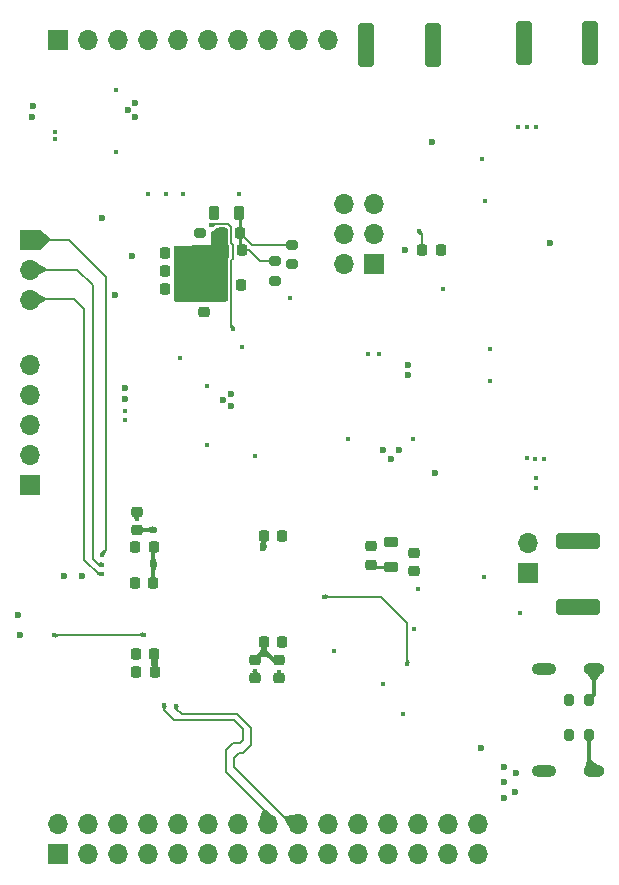
<source format=gbr>
%TF.GenerationSoftware,KiCad,Pcbnew,8.0.4-8.0.4-0~ubuntu22.04.1*%
%TF.CreationDate,2024-09-01T23:10:33+08:00*%
%TF.ProjectId,R820T_With_LCMXO2,52383230-545f-4576-9974-685f4c434d58,rev?*%
%TF.SameCoordinates,Original*%
%TF.FileFunction,Copper,L4,Bot*%
%TF.FilePolarity,Positive*%
%FSLAX46Y46*%
G04 Gerber Fmt 4.6, Leading zero omitted, Abs format (unit mm)*
G04 Created by KiCad (PCBNEW 8.0.4-8.0.4-0~ubuntu22.04.1) date 2024-09-01 23:10:33*
%MOMM*%
%LPD*%
G01*
G04 APERTURE LIST*
G04 Aperture macros list*
%AMRoundRect*
0 Rectangle with rounded corners*
0 $1 Rounding radius*
0 $2 $3 $4 $5 $6 $7 $8 $9 X,Y pos of 4 corners*
0 Add a 4 corners polygon primitive as box body*
4,1,4,$2,$3,$4,$5,$6,$7,$8,$9,$2,$3,0*
0 Add four circle primitives for the rounded corners*
1,1,$1+$1,$2,$3*
1,1,$1+$1,$4,$5*
1,1,$1+$1,$6,$7*
1,1,$1+$1,$8,$9*
0 Add four rect primitives between the rounded corners*
20,1,$1+$1,$2,$3,$4,$5,0*
20,1,$1+$1,$4,$5,$6,$7,0*
20,1,$1+$1,$6,$7,$8,$9,0*
20,1,$1+$1,$8,$9,$2,$3,0*%
G04 Aperture macros list end*
%TA.AperFunction,ComponentPad*%
%ADD10O,2.100000X1.000000*%
%TD*%
%TA.AperFunction,ComponentPad*%
%ADD11O,1.800000X1.000000*%
%TD*%
%TA.AperFunction,ComponentPad*%
%ADD12R,1.700000X1.700000*%
%TD*%
%TA.AperFunction,ComponentPad*%
%ADD13O,1.700000X1.700000*%
%TD*%
%TA.AperFunction,SMDPad,CuDef*%
%ADD14RoundRect,0.250000X0.425000X1.600000X-0.425000X1.600000X-0.425000X-1.600000X0.425000X-1.600000X0*%
%TD*%
%TA.AperFunction,SMDPad,CuDef*%
%ADD15RoundRect,0.250000X1.600000X-0.425000X1.600000X0.425000X-1.600000X0.425000X-1.600000X-0.425000X0*%
%TD*%
%TA.AperFunction,SMDPad,CuDef*%
%ADD16RoundRect,0.225000X0.225000X0.250000X-0.225000X0.250000X-0.225000X-0.250000X0.225000X-0.250000X0*%
%TD*%
%TA.AperFunction,SMDPad,CuDef*%
%ADD17RoundRect,0.200000X-0.275000X0.200000X-0.275000X-0.200000X0.275000X-0.200000X0.275000X0.200000X0*%
%TD*%
%TA.AperFunction,SMDPad,CuDef*%
%ADD18RoundRect,0.225000X0.250000X-0.225000X0.250000X0.225000X-0.250000X0.225000X-0.250000X-0.225000X0*%
%TD*%
%TA.AperFunction,SMDPad,CuDef*%
%ADD19RoundRect,0.225000X-0.225000X-0.250000X0.225000X-0.250000X0.225000X0.250000X-0.225000X0.250000X0*%
%TD*%
%TA.AperFunction,SMDPad,CuDef*%
%ADD20RoundRect,0.200000X0.275000X-0.200000X0.275000X0.200000X-0.275000X0.200000X-0.275000X-0.200000X0*%
%TD*%
%TA.AperFunction,SMDPad,CuDef*%
%ADD21RoundRect,0.200000X0.200000X0.275000X-0.200000X0.275000X-0.200000X-0.275000X0.200000X-0.275000X0*%
%TD*%
%TA.AperFunction,SMDPad,CuDef*%
%ADD22RoundRect,0.218750X0.381250X-0.218750X0.381250X0.218750X-0.381250X0.218750X-0.381250X-0.218750X0*%
%TD*%
%TA.AperFunction,SMDPad,CuDef*%
%ADD23RoundRect,0.218750X-0.218750X-0.381250X0.218750X-0.381250X0.218750X0.381250X-0.218750X0.381250X0*%
%TD*%
%TA.AperFunction,SMDPad,CuDef*%
%ADD24RoundRect,0.225000X-0.250000X0.225000X-0.250000X-0.225000X0.250000X-0.225000X0.250000X0.225000X0*%
%TD*%
%TA.AperFunction,ViaPad*%
%ADD25C,0.450000*%
%TD*%
%TA.AperFunction,ViaPad*%
%ADD26C,0.600000*%
%TD*%
%TA.AperFunction,Conductor*%
%ADD27C,0.156000*%
%TD*%
%TA.AperFunction,Conductor*%
%ADD28C,0.254000*%
%TD*%
%TA.AperFunction,Conductor*%
%ADD29C,0.350000*%
%TD*%
%TA.AperFunction,Conductor*%
%ADD30C,0.200000*%
%TD*%
G04 APERTURE END LIST*
D10*
%TO.P,J1,S1,SHIELD*%
%TO.N,AGND*%
X148444999Y-139765000D03*
D11*
X152644999Y-139765000D03*
D10*
X148444999Y-131125000D03*
D11*
X152644999Y-131125000D03*
%TD*%
D12*
%TO.P,J11,1,Pin_1*%
%TO.N,MIXER_LO*%
X134015000Y-96780000D03*
D13*
%TO.P,J11,2,Pin_2*%
%TO.N,FPGA_LO*%
X131475000Y-96780000D03*
%TO.P,J11,3,Pin_3*%
%TO.N,MIXER_LO*%
X134015000Y-94240000D03*
%TO.P,J11,4,Pin_4*%
%TO.N,PLL_LO*%
X131475000Y-94240000D03*
%TO.P,J11,5,Pin_5*%
%TO.N,MIXER_LO*%
X134015000Y-91700000D03*
%TO.P,J11,6,Pin_6*%
%TO.N,EXT_LO*%
X131475000Y-91700000D03*
%TD*%
D12*
%TO.P,J9,1,Pin_1*%
%TO.N,4350_SPI_CLK*%
X104925000Y-94750000D03*
D13*
%TO.P,J9,2,Pin_2*%
%TO.N,4350_SPI_DATA*%
X104925000Y-97290000D03*
%TO.P,J9,3,Pin_3*%
%TO.N,4350_SPI_LE*%
X104925000Y-99830000D03*
%TD*%
D12*
%TO.P,J3,1,Pin_1*%
%TO.N,AGND*%
X104900000Y-115500000D03*
D13*
%TO.P,J3,2,Pin_2*%
%TO.N,TDI*%
X104900000Y-112960000D03*
%TO.P,J3,3,Pin_3*%
%TO.N,TDO*%
X104900000Y-110420000D03*
%TO.P,J3,4,Pin_4*%
%TO.N,TCK*%
X104900000Y-107880000D03*
%TO.P,J3,5,Pin_5*%
%TO.N,TMS*%
X104900000Y-105340000D03*
%TD*%
D14*
%TO.P,J4,2,Ext*%
%TO.N,AGND*%
X146700000Y-78062500D03*
X152350000Y-78062500D03*
%TD*%
%TO.P,J6,2,Ext*%
%TO.N,AGND*%
X133350000Y-78262500D03*
X139000000Y-78262500D03*
%TD*%
D12*
%TO.P,J8,1,Pin_1*%
%TO.N,Net-(J2-In)*%
X147075000Y-122975000D03*
D13*
%TO.P,J8,2,Pin_2*%
%TO.N,ADC_IN*%
X147075000Y-120435000D03*
%TD*%
D15*
%TO.P,J2,2,Ext*%
%TO.N,AGND*%
X151312500Y-120225000D03*
X151312500Y-125875000D03*
%TD*%
D16*
%TO.P,C47,1*%
%TO.N,+3V3_PLL_VCO*%
X122725000Y-94150000D03*
%TO.P,C47,2*%
%TO.N,AGND*%
X121175000Y-94150000D03*
%TD*%
D17*
%TO.P,R13,1*%
%TO.N,+3V3_PLL_VCO*%
X125625000Y-96575000D03*
%TO.P,R13,2*%
%TO.N,Net-(C61-Pad1)*%
X125625000Y-98225000D03*
%TD*%
D18*
%TO.P,C40,1*%
%TO.N,+3V3_D*%
X123937500Y-131875001D03*
%TO.P,C40,2*%
%TO.N,AGND*%
X123937500Y-130325001D03*
%TD*%
D17*
%TO.P,R5,1*%
%TO.N,Net-(U7-RSET)*%
X119325000Y-94150000D03*
%TO.P,R5,2*%
%TO.N,AGND*%
X119325000Y-95800000D03*
%TD*%
D18*
%TO.P,C43,1*%
%TO.N,+3V3_PLL*%
X119625000Y-100875000D03*
%TO.P,C43,2*%
%TO.N,AGND*%
X119625000Y-99325000D03*
%TD*%
D19*
%TO.P,C38,1*%
%TO.N,+3V3_D*%
X113887500Y-129850001D03*
%TO.P,C38,2*%
%TO.N,AGND*%
X115437500Y-129850001D03*
%TD*%
D16*
%TO.P,C42,1*%
%TO.N,+3V3_D*%
X126262500Y-128850001D03*
%TO.P,C42,2*%
%TO.N,AGND*%
X124712500Y-128850001D03*
%TD*%
%TO.P,C48,1*%
%TO.N,+3V3_PLL_VCO*%
X122875000Y-95650000D03*
%TO.P,C48,2*%
%TO.N,AGND*%
X121325000Y-95650000D03*
%TD*%
D19*
%TO.P,C35,1*%
%TO.N,+3V3_D*%
X113837500Y-120800001D03*
%TO.P,C35,2*%
%TO.N,AGND*%
X115387500Y-120800001D03*
%TD*%
D16*
%TO.P,C8,1*%
%TO.N,Net-(U5-VCC)*%
X139675000Y-95650000D03*
%TO.P,C8,2*%
%TO.N,AGND*%
X138125000Y-95650000D03*
%TD*%
D18*
%TO.P,C20,1*%
%TO.N,AGND*%
X137462500Y-122825001D03*
%TO.P,C20,2*%
%TO.N,+3V3_A*%
X137462500Y-121275001D03*
%TD*%
%TO.P,C39,1*%
%TO.N,+3V3_D*%
X125987500Y-131875001D03*
%TO.P,C39,2*%
%TO.N,AGND*%
X125987500Y-130325001D03*
%TD*%
D20*
%TO.P,R14,1*%
%TO.N,Net-(C62-Pad1)*%
X127125000Y-96825000D03*
%TO.P,R14,2*%
%TO.N,+3V3_PLL_VCO*%
X127125000Y-95175000D03*
%TD*%
D21*
%TO.P,R1,1*%
%TO.N,AGND*%
X152225000Y-133700000D03*
%TO.P,R1,2*%
%TO.N,Net-(J1-CC2)*%
X150575000Y-133700000D03*
%TD*%
D19*
%TO.P,C44,1*%
%TO.N,+3V3_PLL*%
X116315000Y-97392500D03*
%TO.P,C44,2*%
%TO.N,AGND*%
X117865000Y-97392500D03*
%TD*%
D18*
%TO.P,C19,1*%
%TO.N,Net-(U3-DVDD)*%
X133812500Y-122275001D03*
%TO.P,C19,2*%
%TO.N,AGND*%
X133812500Y-120725001D03*
%TD*%
D12*
%TO.P,J5,1,Pin_1*%
%TO.N,unconnected-(J5-Pin_1-Pad1)*%
X107287113Y-77844521D03*
D13*
%TO.P,J5,2,Pin_2*%
%TO.N,unconnected-(J5-Pin_2-Pad2)*%
X109827113Y-77844521D03*
%TO.P,J5,3,Pin_3*%
%TO.N,unconnected-(J5-Pin_3-Pad3)*%
X112367113Y-77844521D03*
%TO.P,J5,4,Pin_4*%
%TO.N,unconnected-(J5-Pin_4-Pad4)*%
X114907113Y-77844521D03*
%TO.P,J5,5,Pin_5*%
%TO.N,unconnected-(J5-Pin_5-Pad5)*%
X117447113Y-77844521D03*
%TO.P,J5,6,Pin_6*%
%TO.N,unconnected-(J5-Pin_6-Pad6)*%
X119987113Y-77844521D03*
%TO.P,J5,7,Pin_7*%
%TO.N,unconnected-(J5-Pin_7-Pad7)*%
X122527113Y-77844521D03*
%TO.P,J5,8,Pin_8*%
%TO.N,unconnected-(J5-Pin_8-Pad8)*%
X125067113Y-77844521D03*
%TO.P,J5,9,Pin_9*%
%TO.N,unconnected-(J5-Pin_9-Pad9)*%
X127607113Y-77844521D03*
%TO.P,J5,10,Pin_10*%
%TO.N,unconnected-(J5-Pin_10-Pad10)*%
X130147113Y-77844521D03*
%TD*%
D19*
%TO.P,C41,1*%
%TO.N,+3V3_D*%
X113912500Y-131350001D03*
%TO.P,C41,2*%
%TO.N,AGND*%
X115462500Y-131350001D03*
%TD*%
D21*
%TO.P,R2,1*%
%TO.N,AGND*%
X152225000Y-136650000D03*
%TO.P,R2,2*%
%TO.N,Net-(J1-CC1)*%
X150575000Y-136650000D03*
%TD*%
D12*
%TO.P,J7,1,Pin_1*%
%TO.N,unconnected-(J7-Pin_1-Pad1)*%
X107273600Y-146756254D03*
D13*
%TO.P,J7,2,Pin_2*%
%TO.N,AGND*%
X107273600Y-144216254D03*
%TO.P,J7,3,Pin_3*%
%TO.N,UART0_TXD*%
X109813600Y-146756254D03*
%TO.P,J7,4,Pin_4*%
%TO.N,GPIO73*%
X109813600Y-144216254D03*
%TO.P,J7,5,Pin_5*%
%TO.N,UART0_RXD*%
X112353600Y-146756254D03*
%TO.P,J7,6,Pin_6*%
%TO.N,GPIO72*%
X112353600Y-144216254D03*
%TO.P,J7,7,Pin_7*%
%TO.N,unconnected-(J7-Pin_7-Pad7)*%
X114893600Y-146756254D03*
%TO.P,J7,8,Pin_8*%
%TO.N,GPIO75*%
X114893600Y-144216254D03*
%TO.P,J7,9,Pin_9*%
%TO.N,unconnected-(J7-Pin_9-Pad9)*%
X117433600Y-146756254D03*
%TO.P,J7,10,Pin_10*%
%TO.N,GPIO74*%
X117433600Y-144216254D03*
%TO.P,J7,11,Pin_11*%
%TO.N,unconnected-(J7-Pin_11-Pad11)*%
X119973600Y-146756254D03*
%TO.P,J7,12,Pin_12*%
%TO.N,unconnected-(J7-Pin_12-Pad12)*%
X119973600Y-144216254D03*
%TO.P,J7,13,Pin_13*%
%TO.N,unconnected-(J7-Pin_13-Pad13)*%
X122513600Y-146756254D03*
%TO.P,J7,14,Pin_14*%
%TO.N,unconnected-(J7-Pin_14-Pad14)*%
X122513600Y-144216254D03*
%TO.P,J7,15,Pin_15*%
%TO.N,GPIO69*%
X125053600Y-146756254D03*
%TO.P,J7,16,Pin_16*%
%TO.N,GPIO85*%
X125053600Y-144216254D03*
%TO.P,J7,17,Pin_17*%
%TO.N,GPIO70*%
X127593600Y-146756254D03*
%TO.P,J7,18,Pin_18*%
%TO.N,GPIO84*%
X127593600Y-144216254D03*
%TO.P,J7,19,Pin_19*%
%TO.N,AGND*%
X130133600Y-146756254D03*
%TO.P,J7,20,Pin_20*%
X130133600Y-144216254D03*
%TO.P,J7,21,Pin_21*%
%TO.N,GPIO60*%
X132673600Y-146756254D03*
%TO.P,J7,22,Pin_22*%
%TO.N,GPIO63*%
X132673600Y-144216254D03*
%TO.P,J7,23,Pin_23*%
%TO.N,GPIO64*%
X135213600Y-146756254D03*
%TO.P,J7,24,Pin_24*%
%TO.N,GPIO61*%
X135213600Y-144216254D03*
%TO.P,J7,25,Pin_25*%
%TO.N,GPIO67*%
X137753600Y-146756254D03*
%TO.P,J7,26,Pin_26*%
%TO.N,GPIO62*%
X137753600Y-144216254D03*
%TO.P,J7,27,Pin_27*%
%TO.N,GPIO65*%
X140293600Y-146756254D03*
%TO.P,J7,28,Pin_28*%
%TO.N,GPIO66*%
X140293600Y-144216254D03*
%TO.P,J7,29,Pin_29*%
%TO.N,VCC*%
X142833600Y-146756254D03*
%TO.P,J7,30,Pin_30*%
%TO.N,AGND*%
X142833600Y-144216254D03*
%TD*%
D22*
%TO.P,L2,1,1*%
%TO.N,Net-(U3-DVDD)*%
X135462500Y-122437501D03*
%TO.P,L2,2,2*%
%TO.N,+3V3_A*%
X135462500Y-120312501D03*
%TD*%
D19*
%TO.P,C46,1*%
%TO.N,+3V3_PLL*%
X116325000Y-98900000D03*
%TO.P,C46,2*%
%TO.N,AGND*%
X117875000Y-98900000D03*
%TD*%
%TO.P,C36,1*%
%TO.N,+3V3_D*%
X113812500Y-123800001D03*
%TO.P,C36,2*%
%TO.N,AGND*%
X115362500Y-123800001D03*
%TD*%
%TO.P,C45,1*%
%TO.N,+3V3_PLL*%
X116340000Y-95882500D03*
%TO.P,C45,2*%
%TO.N,AGND*%
X117890000Y-95882500D03*
%TD*%
D16*
%TO.P,C34,1*%
%TO.N,+3V3_D*%
X126237500Y-119850001D03*
%TO.P,C34,2*%
%TO.N,AGND*%
X124687500Y-119850001D03*
%TD*%
%TO.P,C64,1*%
%TO.N,+3V3_PLL*%
X122750000Y-98600000D03*
%TO.P,C64,2*%
%TO.N,AGND*%
X121200000Y-98600000D03*
%TD*%
D23*
%TO.P,L8,1,1*%
%TO.N,+3V3_PLL*%
X120475000Y-92500000D03*
%TO.P,L8,2,2*%
%TO.N,+3V3_PLL_VCO*%
X122600000Y-92500000D03*
%TD*%
D24*
%TO.P,C33,1*%
%TO.N,+3V3_D*%
X113937500Y-117775001D03*
%TO.P,C33,2*%
%TO.N,AGND*%
X113937500Y-119325001D03*
%TD*%
D25*
%TO.N,DONE*%
X106950000Y-128260000D03*
X114575000Y-128200000D03*
%TO.N,+3V3_D*%
X113825000Y-129800000D03*
X125975000Y-131400000D03*
D26*
X104097890Y-128258842D03*
D25*
X113825000Y-123800000D03*
X123975000Y-131250000D03*
D26*
X121925000Y-107850000D03*
D25*
X113920945Y-131274897D03*
X113825000Y-120800000D03*
D26*
X107775000Y-123200000D03*
D25*
X126275000Y-128850000D03*
D26*
X121225000Y-108350000D03*
X121925000Y-108850000D03*
D25*
X113975000Y-118400000D03*
X126225000Y-119800000D03*
D26*
%TO.N,VCC*%
X138925000Y-86450000D03*
X145975000Y-141500000D03*
X146025000Y-139950000D03*
X105125000Y-84350000D03*
X136925000Y-105350000D03*
X136925000Y-106200000D03*
X145075000Y-139400000D03*
X136625000Y-95650000D03*
X112925000Y-107300000D03*
X139225000Y-114550000D03*
X145075000Y-142050000D03*
X145075000Y-140650000D03*
X105175000Y-83450000D03*
X112925000Y-108250000D03*
D25*
%TO.N,+3V3_A*%
X137525000Y-121300000D03*
D26*
X136125000Y-112600000D03*
X135475000Y-113300000D03*
X134825000Y-112600000D03*
D25*
X137725000Y-124350000D03*
X134825000Y-132400000D03*
D26*
X135525000Y-120300000D03*
D25*
%TO.N,AGND*%
X119925000Y-107150000D03*
X122825000Y-103850000D03*
D26*
X118825000Y-97700000D03*
D25*
X146575000Y-77350000D03*
D26*
X115375000Y-122250000D03*
D25*
X147775000Y-114950000D03*
X117875000Y-90900000D03*
X151475000Y-125900000D03*
D26*
X115475000Y-130600000D03*
D25*
X133525000Y-104400000D03*
X148475000Y-113300000D03*
D26*
X120925000Y-97750000D03*
D25*
X133775000Y-120750000D03*
X130625000Y-129550000D03*
X112975000Y-110050000D03*
D26*
X109325000Y-123250000D03*
D25*
X117575000Y-104750000D03*
X112975000Y-109300000D03*
X146275000Y-85200000D03*
X143375000Y-123350000D03*
X122625000Y-90900000D03*
X114875000Y-90850000D03*
X152275000Y-77400000D03*
X112175000Y-82100000D03*
X143225000Y-87950000D03*
D26*
X148975000Y-95000000D03*
D25*
X147725000Y-115800000D03*
X143875000Y-106750000D03*
X112225000Y-87350000D03*
X146375000Y-126400000D03*
D26*
X118825000Y-96600000D03*
D25*
X151525000Y-120300000D03*
X123975000Y-113100000D03*
D26*
X143075000Y-137800000D03*
D25*
X146975000Y-113250000D03*
X147675000Y-113300000D03*
X137425000Y-127700000D03*
X136525000Y-134900000D03*
X126925000Y-99700000D03*
X107025000Y-86250000D03*
D26*
X124675000Y-120850000D03*
D25*
X143875000Y-104050000D03*
X147775000Y-85200000D03*
D26*
X119925000Y-96650000D03*
X103925000Y-126550000D03*
X115425000Y-119300000D03*
D25*
X143475000Y-91450000D03*
D26*
X112125000Y-99450000D03*
D25*
X119925000Y-112100000D03*
X116425000Y-90900000D03*
X131825000Y-111600000D03*
D26*
X124725000Y-129700000D03*
D25*
X137825000Y-94050000D03*
D26*
X110975000Y-92950000D03*
D25*
X139875000Y-98900000D03*
X137625000Y-123050000D03*
X134425000Y-104400000D03*
X137375000Y-111650000D03*
X107025000Y-85650000D03*
X147025000Y-85200000D03*
D26*
X119925000Y-97700000D03*
X120925000Y-96650000D03*
D25*
X133425000Y-77450000D03*
X139175000Y-77300000D03*
%TO.N,Net-(J1-CC1)*%
X150525000Y-136700000D03*
%TO.N,Net-(J1-CC2)*%
X150575000Y-133750000D03*
%TO.N,ADC_CLK*%
X136875000Y-130700000D03*
X129775000Y-125000000D03*
%TO.N,GPIO84*%
X117275000Y-134200000D03*
%TO.N,GPIO85*%
X116275000Y-134150000D03*
%TO.N,Net-(U3-DVDD)*%
X133775000Y-122200000D03*
%TO.N,Net-(U5-VCC)*%
X139725000Y-95700000D03*
%TO.N,+3V3_PLL*%
X116325000Y-98900000D03*
D26*
X113175000Y-83800000D03*
X120475000Y-92500000D03*
X113825000Y-83200000D03*
D25*
X116325000Y-97300000D03*
D26*
X113825000Y-84400000D03*
D25*
X119625000Y-100875000D03*
X116325000Y-95900000D03*
D26*
X113575000Y-96150000D03*
D25*
X122975000Y-98600000D03*
%TO.N,Net-(U7-RSET)*%
X119225000Y-94050000D03*
%TO.N,4350_SPI_CLK*%
X110975000Y-121450000D03*
%TO.N,4350_SPI_DATA*%
X110975000Y-122300000D03*
%TO.N,+3V3_PLL_VCO*%
X123075000Y-95600000D03*
X122675000Y-94050000D03*
%TO.N,4350_SPI_LE*%
X110975000Y-123100000D03*
%TO.N,Net-(U7-VTUNE)*%
X122125000Y-102300000D03*
X120225000Y-93550000D03*
%TO.N,Net-(C61-Pad1)*%
X125575000Y-98200000D03*
%TO.N,Net-(C62-Pad1)*%
X127075000Y-96850000D03*
%TD*%
D27*
%TO.N,DONE*%
X114575000Y-128200000D02*
X107010000Y-128200000D01*
X107010000Y-128200000D02*
X106950000Y-128260000D01*
D28*
%TO.N,+3V3_D*%
X123937500Y-131875001D02*
X123937500Y-131287500D01*
X113937500Y-118362500D02*
X113975000Y-118400000D01*
X123937500Y-131287500D02*
X123975000Y-131250000D01*
X125987500Y-131875001D02*
X125987500Y-131412500D01*
X113937500Y-117775001D02*
X113937500Y-118362500D01*
X125987500Y-131412500D02*
X125975000Y-131400000D01*
D29*
%TO.N,AGND*%
X115462500Y-131350001D02*
X115462500Y-130612500D01*
X124725000Y-129700000D02*
X124725000Y-129562501D01*
X115362500Y-122262500D02*
X115375000Y-122250000D01*
X115362500Y-120825001D02*
X115387500Y-120800001D01*
X125987500Y-130325001D02*
X125487500Y-130325001D01*
D27*
X138125000Y-95650000D02*
X138125000Y-94350000D01*
D29*
X115362500Y-122237500D02*
X115362500Y-120825001D01*
X124725000Y-129562501D02*
X124712500Y-129550001D01*
X115475000Y-130600000D02*
X115462500Y-130587500D01*
X113937500Y-119325001D02*
X115399999Y-119325001D01*
X124712500Y-129550001D02*
X123937500Y-130325001D01*
X115462500Y-130587500D02*
X115462500Y-129875001D01*
X115462500Y-130612500D02*
X115475000Y-130600000D01*
X124712500Y-128850001D02*
X124712500Y-129550001D01*
X115399999Y-119325001D02*
X115425000Y-119300000D01*
X124862499Y-129700000D02*
X124725000Y-129700000D01*
X152644999Y-131125000D02*
X152644999Y-133280001D01*
X115462500Y-129875001D02*
X115437500Y-129850001D01*
X152644999Y-133280001D02*
X152225000Y-133700000D01*
X124687500Y-119850001D02*
X124687500Y-120837500D01*
X152225000Y-139345001D02*
X152644999Y-139765000D01*
D27*
X138125000Y-94350000D02*
X137825000Y-94050000D01*
D29*
X124687500Y-120837500D02*
X124675000Y-120850000D01*
X125487500Y-130325001D02*
X124862499Y-129700000D01*
X115362500Y-123800001D02*
X115362500Y-122262500D01*
X115375000Y-122250000D02*
X115362500Y-122237500D01*
X152225000Y-136650000D02*
X152225000Y-139345001D01*
D27*
%TO.N,ADC_CLK*%
X129775000Y-125000000D02*
X134675000Y-125000000D01*
X134675000Y-125000000D02*
X136875000Y-127200000D01*
X136875000Y-127200000D02*
X136875000Y-130700000D01*
%TO.N,GPIO84*%
X123625000Y-137500000D02*
X122925000Y-138200000D01*
X122225000Y-138600000D02*
X122225000Y-139400000D01*
X122625000Y-138200000D02*
X122225000Y-138600000D01*
X122925000Y-138200000D02*
X122625000Y-138200000D01*
X122475000Y-134950000D02*
X123625000Y-136100000D01*
X117275000Y-134200000D02*
X117275000Y-134450000D01*
X117275000Y-134450000D02*
X117775000Y-134950000D01*
X123625000Y-136100000D02*
X123625000Y-137500000D01*
X117775000Y-134950000D02*
X122475000Y-134950000D01*
X122225000Y-139400000D02*
X127041254Y-144216254D01*
X127041254Y-144216254D02*
X127593600Y-144216254D01*
%TO.N,GPIO85*%
X122731000Y-137344000D02*
X122131000Y-137344000D01*
X121525000Y-137950000D02*
X121525000Y-139850000D01*
X125053600Y-143378600D02*
X125053600Y-144216254D01*
X122131000Y-137344000D02*
X121525000Y-137950000D01*
X122975000Y-137100000D02*
X122731000Y-137344000D01*
X122975000Y-136200000D02*
X122975000Y-137100000D01*
X122225000Y-135450000D02*
X122975000Y-136200000D01*
X116275000Y-134600000D02*
X117125000Y-135450000D01*
X121525000Y-139850000D02*
X125053600Y-143378600D01*
X117125000Y-135450000D02*
X122225000Y-135450000D01*
X116275000Y-134150000D02*
X116275000Y-134600000D01*
D28*
%TO.N,Net-(U3-DVDD)*%
X133975000Y-122437501D02*
X133812500Y-122275001D01*
X135462500Y-122437501D02*
X133975000Y-122437501D01*
D30*
%TO.N,4350_SPI_CLK*%
X108225000Y-94750000D02*
X104925000Y-94750000D01*
X110975000Y-121450000D02*
X111375000Y-121050000D01*
X111375000Y-121050000D02*
X111375000Y-97900000D01*
X111375000Y-97900000D02*
X108225000Y-94750000D01*
%TO.N,4350_SPI_DATA*%
X110225000Y-121800000D02*
X110225000Y-98600000D01*
X110225000Y-98600000D02*
X108925000Y-97300000D01*
X110725000Y-122300000D02*
X110225000Y-121800000D01*
X108925000Y-97300000D02*
X106525000Y-97300000D01*
X110975000Y-122300000D02*
X110725000Y-122300000D01*
X106525000Y-97300000D02*
X106515000Y-97290000D01*
X106515000Y-97290000D02*
X104925000Y-97290000D01*
D27*
%TO.N,+3V3_PLL_VCO*%
X124350000Y-96575000D02*
X125625000Y-96575000D01*
D28*
X122725000Y-94150000D02*
X122725000Y-95650000D01*
D27*
X122725000Y-95650000D02*
X123425000Y-95650000D01*
X123425000Y-95650000D02*
X124350000Y-96575000D01*
X123750000Y-95175000D02*
X122725000Y-94150000D01*
X127125000Y-95175000D02*
X123750000Y-95175000D01*
D28*
X122725000Y-94150000D02*
X122725000Y-92625000D01*
X122725000Y-92625000D02*
X122600000Y-92500000D01*
D30*
%TO.N,4350_SPI_LE*%
X110975000Y-123100000D02*
X110725000Y-123100000D01*
X104955000Y-99800000D02*
X104925000Y-99830000D01*
X109475000Y-100650000D02*
X108625000Y-99800000D01*
X110725000Y-123100000D02*
X109475000Y-121850000D01*
X109475000Y-121850000D02*
X109475000Y-100650000D01*
X108625000Y-99800000D02*
X104955000Y-99800000D01*
D27*
%TO.N,Net-(U7-VTUNE)*%
X122100000Y-95200000D02*
X122100000Y-96375000D01*
X121975000Y-93650000D02*
X121975000Y-95075000D01*
X120225000Y-93550000D02*
X120375000Y-93400000D01*
X120375000Y-93400000D02*
X120732416Y-93400000D01*
X122100000Y-96375000D02*
X121975000Y-96500000D01*
X121722000Y-93397000D02*
X121975000Y-93650000D01*
X121975000Y-96500000D02*
X121975000Y-102150000D01*
X121975000Y-95075000D02*
X122100000Y-95200000D01*
X120732416Y-93400000D02*
X120735416Y-93397000D01*
X120735416Y-93397000D02*
X121722000Y-93397000D01*
X121975000Y-102150000D02*
X122125000Y-102300000D01*
%TD*%
%TA.AperFunction,Conductor*%
%TO.N,AGND*%
G36*
X121584621Y-93749502D02*
G01*
X121631114Y-93803158D01*
X121642500Y-93855500D01*
X121642500Y-95031226D01*
X121642500Y-95118774D01*
X121665159Y-95203341D01*
X121708119Y-95277749D01*
X121725000Y-95340748D01*
X121725000Y-96234251D01*
X121708119Y-96297251D01*
X121669198Y-96364663D01*
X121665159Y-96371659D01*
X121642500Y-96456225D01*
X121642500Y-99862779D01*
X121622498Y-99930900D01*
X121568842Y-99977393D01*
X121541217Y-99986331D01*
X121483477Y-99997882D01*
X121458917Y-100000330D01*
X117308288Y-100005491D01*
X117275856Y-100001287D01*
X117229896Y-99989108D01*
X117173598Y-99956927D01*
X117151919Y-99935500D01*
X117119080Y-99879576D01*
X117106367Y-99833762D01*
X117101786Y-99801385D01*
X117101212Y-99746316D01*
X117100018Y-99631749D01*
X117100007Y-99630251D01*
X117100006Y-99629573D01*
X117100006Y-99628251D01*
X117100007Y-99627829D01*
X117110633Y-96456225D01*
X117114259Y-95373734D01*
X117134489Y-95305682D01*
X117188300Y-95259369D01*
X117238220Y-95248174D01*
X119975096Y-95204031D01*
X119975097Y-95204030D01*
X120225000Y-95200000D01*
X120225000Y-94144065D01*
X120245002Y-94075944D01*
X120298658Y-94029451D01*
X120315496Y-94023171D01*
X120426240Y-93990654D01*
X120542235Y-93916109D01*
X120550287Y-93906814D01*
X120571164Y-93888396D01*
X120571059Y-93888267D01*
X120574676Y-93885298D01*
X120575510Y-93884562D01*
X120575846Y-93884338D01*
X120690767Y-93769408D01*
X120753078Y-93735381D01*
X120768026Y-93733773D01*
X120768001Y-93733578D01*
X120776189Y-93732500D01*
X120776190Y-93732500D01*
X120776191Y-93732499D01*
X120784376Y-93731422D01*
X120784461Y-93732068D01*
X120803974Y-93729500D01*
X121516500Y-93729500D01*
X121584621Y-93749502D01*
G37*
%TD.AperFunction*%
%TD*%
%TA.AperFunction,Conductor*%
%TO.N,DONE*%
G36*
X114487399Y-127996299D02*
G01*
X114493179Y-128002350D01*
X114574105Y-128195478D01*
X114574142Y-128204433D01*
X114574105Y-128204522D01*
X114493179Y-128397649D01*
X114486821Y-128403955D01*
X114478455Y-128404146D01*
X114132767Y-128280772D01*
X114126127Y-128274764D01*
X114125000Y-128269753D01*
X114125000Y-128130246D01*
X114128427Y-128121973D01*
X114132763Y-128119229D01*
X114478455Y-127995853D01*
X114487399Y-127996299D01*
G37*
%TD.AperFunction*%
%TD*%
%TA.AperFunction,Conductor*%
%TO.N,DONE*%
G36*
X106963909Y-128037762D02*
G01*
X107378646Y-128120129D01*
X107386091Y-128125101D01*
X107388065Y-128131604D01*
X107388065Y-128271018D01*
X107384638Y-128279291D01*
X107381920Y-128281315D01*
X107047462Y-128461745D01*
X107038554Y-128462657D01*
X107031610Y-128457003D01*
X107031116Y-128455970D01*
X106957931Y-128281315D01*
X106949918Y-128262192D01*
X106949010Y-128257622D01*
X106949936Y-128049184D01*
X106953400Y-128040929D01*
X106961688Y-128037539D01*
X106963909Y-128037762D01*
G37*
%TD.AperFunction*%
%TD*%
%TA.AperFunction,Conductor*%
%TO.N,+3V3_D*%
G36*
X123977192Y-131249918D02*
G01*
X124008948Y-131263225D01*
X124172873Y-131331914D01*
X124179179Y-131338272D01*
X124179455Y-131346393D01*
X124067161Y-131684529D01*
X124061301Y-131691300D01*
X124056057Y-131692541D01*
X123820709Y-131692541D01*
X123812436Y-131689114D01*
X123809117Y-131682426D01*
X123761198Y-131331914D01*
X123751808Y-131263225D01*
X123754082Y-131254564D01*
X123761815Y-131250048D01*
X123763337Y-131249940D01*
X123972622Y-131249010D01*
X123977192Y-131249918D01*
G37*
%TD.AperFunction*%
%TD*%
%TA.AperFunction,Conductor*%
%TO.N,+3V3_D*%
G36*
X126185917Y-131399937D02*
G01*
X126194175Y-131403401D01*
X126197565Y-131411689D01*
X126197357Y-131413833D01*
X126116316Y-131838010D01*
X126111398Y-131845493D01*
X126104824Y-131847514D01*
X125869561Y-131847514D01*
X125861288Y-131844087D01*
X125858233Y-131838741D01*
X125858044Y-131838010D01*
X125769660Y-131495908D01*
X125770908Y-131487040D01*
X125776464Y-131482191D01*
X125972808Y-131399918D01*
X125977376Y-131399010D01*
X126185917Y-131399937D01*
G37*
%TD.AperFunction*%
%TD*%
%TA.AperFunction,Conductor*%
%TO.N,+3V3_D*%
G36*
X114064330Y-117960886D02*
G01*
X114067161Y-117965471D01*
X114179455Y-118303606D01*
X114178810Y-118312538D01*
X114172873Y-118318085D01*
X113977194Y-118400080D01*
X113972620Y-118400989D01*
X113763348Y-118400059D01*
X113755090Y-118396595D01*
X113751700Y-118388307D01*
X113751808Y-118386774D01*
X113809117Y-117967574D01*
X113813633Y-117959841D01*
X113820709Y-117957459D01*
X114056057Y-117957459D01*
X114064330Y-117960886D01*
G37*
%TD.AperFunction*%
%TD*%
%TA.AperFunction,Conductor*%
%TO.N,AGND*%
G36*
X115477178Y-130599910D02*
G01*
X115741935Y-130710531D01*
X115742995Y-130710974D01*
X115749307Y-130717326D01*
X115749867Y-130724474D01*
X115639637Y-131188518D01*
X115634391Y-131195775D01*
X115628254Y-131197514D01*
X115297203Y-131197514D01*
X115288930Y-131194087D01*
X115285705Y-131187979D01*
X115255755Y-131028909D01*
X115177601Y-130613816D01*
X115179438Y-130605053D01*
X115186934Y-130600155D01*
X115189058Y-130599953D01*
X115472636Y-130599007D01*
X115477178Y-130599910D01*
G37*
%TD.AperFunction*%
%TD*%
%TA.AperFunction,Conductor*%
%TO.N,AGND*%
G36*
X115536527Y-121655913D02*
G01*
X115539637Y-121661482D01*
X115649867Y-122125525D01*
X115648445Y-122134366D01*
X115642995Y-122139025D01*
X115377182Y-122250088D01*
X115372632Y-122250992D01*
X115089060Y-122250046D01*
X115080798Y-122246592D01*
X115077399Y-122238307D01*
X115077600Y-122236190D01*
X115185705Y-121662021D01*
X115190603Y-121654525D01*
X115197203Y-121652486D01*
X115528254Y-121652486D01*
X115536527Y-121655913D01*
G37*
%TD.AperFunction*%
%TD*%
%TA.AperFunction,Conductor*%
%TO.N,AGND*%
G36*
X115309210Y-119026641D02*
G01*
X115314126Y-119032245D01*
X115425088Y-119297817D01*
X115425992Y-119302367D01*
X115425045Y-119586216D01*
X115421591Y-119594478D01*
X115413306Y-119597877D01*
X115411406Y-119597715D01*
X114839734Y-119501641D01*
X114832143Y-119496891D01*
X114829973Y-119490103D01*
X114829973Y-119159005D01*
X114833400Y-119150732D01*
X114838675Y-119147696D01*
X115300337Y-119025446D01*
X115309210Y-119026641D01*
G37*
%TD.AperFunction*%
%TD*%
%TA.AperFunction,Conductor*%
%TO.N,AGND*%
G36*
X124521168Y-129496115D02*
G01*
X124521287Y-129496231D01*
X124724029Y-129697626D01*
X124726606Y-129701483D01*
X124835164Y-129965862D01*
X124835137Y-129974817D01*
X124828785Y-129981129D01*
X124828313Y-129981311D01*
X124366414Y-130148039D01*
X124357469Y-130147625D01*
X124354169Y-130145307D01*
X124120067Y-129911205D01*
X124116640Y-129902932D01*
X124119921Y-129894807D01*
X124504624Y-129496404D01*
X124512836Y-129492834D01*
X124521168Y-129496115D01*
G37*
%TD.AperFunction*%
%TD*%
%TA.AperFunction,Conductor*%
%TO.N,AGND*%
G36*
X115636527Y-130005913D02*
G01*
X115639637Y-130011482D01*
X115749867Y-130475525D01*
X115748445Y-130484366D01*
X115742995Y-130489025D01*
X115477182Y-130600088D01*
X115472632Y-130600992D01*
X115189060Y-130600046D01*
X115180798Y-130596592D01*
X115177399Y-130588307D01*
X115177600Y-130586190D01*
X115285705Y-130012021D01*
X115290603Y-130004525D01*
X115297203Y-130002486D01*
X115628254Y-130002486D01*
X115636527Y-130005913D01*
G37*
%TD.AperFunction*%
%TD*%
%TA.AperFunction,Conductor*%
%TO.N,AGND*%
G36*
X124886527Y-129105913D02*
G01*
X124889637Y-129111482D01*
X124999867Y-129575525D01*
X124998445Y-129584366D01*
X124992995Y-129589025D01*
X124727182Y-129700088D01*
X124722632Y-129700992D01*
X124439060Y-129700046D01*
X124430798Y-129696592D01*
X124427399Y-129688307D01*
X124427600Y-129686190D01*
X124535705Y-129112021D01*
X124540603Y-129104525D01*
X124547203Y-129102486D01*
X124878254Y-129102486D01*
X124886527Y-129105913D01*
G37*
%TD.AperFunction*%
%TD*%
%TA.AperFunction,Conductor*%
%TO.N,AGND*%
G36*
X152653191Y-131132034D02*
G01*
X153138230Y-131607738D01*
X153141737Y-131615977D01*
X153139908Y-131622373D01*
X152823447Y-132119582D01*
X152816114Y-132124722D01*
X152813577Y-132125000D01*
X152476421Y-132125000D01*
X152468148Y-132121573D01*
X152466551Y-132119582D01*
X152150089Y-131622373D01*
X152148537Y-131613554D01*
X152151767Y-131607738D01*
X152636807Y-131132034D01*
X152645113Y-131128688D01*
X152653191Y-131132034D01*
G37*
%TD.AperFunction*%
%TD*%
%TA.AperFunction,Conductor*%
%TO.N,AGND*%
G36*
X124861070Y-120255913D02*
G01*
X124864295Y-120262021D01*
X124972398Y-120836181D01*
X124970561Y-120844946D01*
X124963065Y-120849844D01*
X124960939Y-120850046D01*
X124677367Y-120850992D01*
X124672817Y-120850088D01*
X124672716Y-120850046D01*
X124632782Y-120833360D01*
X124407004Y-120739025D01*
X124400692Y-120732673D01*
X124400132Y-120725528D01*
X124510363Y-120261481D01*
X124515609Y-120254225D01*
X124521746Y-120252486D01*
X124852797Y-120252486D01*
X124861070Y-120255913D01*
G37*
%TD.AperFunction*%
%TD*%
%TA.AperFunction,Conductor*%
%TO.N,AGND*%
G36*
X138031034Y-93968352D02*
G01*
X138037326Y-93974676D01*
X138153540Y-94256005D01*
X138196322Y-94359569D01*
X138196313Y-94368524D01*
X138189975Y-94374850D01*
X138185508Y-94375736D01*
X138049162Y-94375736D01*
X138044982Y-94374964D01*
X138004738Y-94359569D01*
X137750106Y-94262161D01*
X137743604Y-94256005D01*
X137743359Y-94247054D01*
X137743443Y-94246840D01*
X137823138Y-94053515D01*
X137829456Y-94047175D01*
X138022079Y-93968315D01*
X138031034Y-93968352D01*
G37*
%TD.AperFunction*%
%TD*%
%TA.AperFunction,Conductor*%
%TO.N,AGND*%
G36*
X124945000Y-129496543D02*
G01*
X124945358Y-129496921D01*
X125320580Y-129909840D01*
X125323608Y-129918267D01*
X125320194Y-129925981D01*
X125086051Y-130160124D01*
X125077778Y-130163551D01*
X125073429Y-130162712D01*
X124621150Y-129981552D01*
X124614744Y-129975295D01*
X124614639Y-129966341D01*
X124723394Y-129701480D01*
X124725967Y-129697629D01*
X124928455Y-129496487D01*
X124936738Y-129493089D01*
X124945000Y-129496543D01*
G37*
%TD.AperFunction*%
%TD*%
%TA.AperFunction,Conductor*%
%TO.N,AGND*%
G36*
X115377178Y-122249910D02*
G01*
X115641935Y-122360531D01*
X115642995Y-122360974D01*
X115649307Y-122367326D01*
X115649867Y-122374474D01*
X115539637Y-122838518D01*
X115534391Y-122845775D01*
X115528254Y-122847514D01*
X115197203Y-122847514D01*
X115188930Y-122844087D01*
X115185705Y-122837979D01*
X115155755Y-122678909D01*
X115077601Y-122263816D01*
X115079438Y-122255053D01*
X115086934Y-122250155D01*
X115089058Y-122249953D01*
X115372636Y-122249007D01*
X115377178Y-122249910D01*
G37*
%TD.AperFunction*%
%TD*%
%TA.AperFunction,Conductor*%
%TO.N,AGND*%
G36*
X152403295Y-138769815D02*
G01*
X152968970Y-139258270D01*
X152972992Y-139266270D01*
X152971078Y-139273585D01*
X152650952Y-139757009D01*
X152643527Y-139762015D01*
X152635553Y-139760798D01*
X152628673Y-139757009D01*
X152393380Y-139627424D01*
X151946563Y-139381345D01*
X151940969Y-139374352D01*
X151940695Y-139369006D01*
X151958020Y-139273585D01*
X152048255Y-138776579D01*
X152053105Y-138769052D01*
X152059767Y-138766970D01*
X152395648Y-138766970D01*
X152403295Y-138769815D01*
G37*
%TD.AperFunction*%
%TD*%
%TA.AperFunction,Conductor*%
%TO.N,ADC_CLK*%
G36*
X130217234Y-124919228D02*
G01*
X130223873Y-124925235D01*
X130225000Y-124930246D01*
X130225000Y-125069753D01*
X130221573Y-125078026D01*
X130217233Y-125080772D01*
X129871544Y-125204146D01*
X129862600Y-125203700D01*
X129856820Y-125197649D01*
X129807845Y-125080772D01*
X129775893Y-125004519D01*
X129775857Y-124995568D01*
X129856820Y-124802349D01*
X129863178Y-124796044D01*
X129871544Y-124795853D01*
X130217234Y-124919228D01*
G37*
%TD.AperFunction*%
%TD*%
%TA.AperFunction,Conductor*%
%TO.N,ADC_CLK*%
G36*
X136953026Y-130253427D02*
G01*
X136955772Y-130257767D01*
X137079146Y-130603455D01*
X137078700Y-130612399D01*
X137072649Y-130618179D01*
X136879522Y-130699105D01*
X136870567Y-130699142D01*
X136870478Y-130699105D01*
X136677350Y-130618179D01*
X136671044Y-130611821D01*
X136670853Y-130603455D01*
X136794228Y-130257767D01*
X136800236Y-130251127D01*
X136805247Y-130250000D01*
X136944753Y-130250000D01*
X136953026Y-130253427D01*
G37*
%TD.AperFunction*%
%TD*%
%TA.AperFunction,Conductor*%
%TO.N,GPIO84*%
G36*
X117487310Y-134199960D02*
G01*
X117495572Y-134203413D01*
X117498973Y-134211697D01*
X117498931Y-134212646D01*
X117471935Y-134532004D01*
X117468550Y-134539291D01*
X117370219Y-134637622D01*
X117361946Y-134641049D01*
X117353673Y-134637622D01*
X117353055Y-134636953D01*
X117122889Y-134367286D01*
X117120124Y-134358768D01*
X117123478Y-134351454D01*
X117270845Y-134202771D01*
X117279101Y-134199308D01*
X117487310Y-134199960D01*
G37*
%TD.AperFunction*%
%TD*%
%TA.AperFunction,Conductor*%
%TO.N,GPIO84*%
G36*
X127224926Y-143463558D02*
G01*
X127228354Y-143467734D01*
X127587394Y-144202808D01*
X127587946Y-144211746D01*
X127582016Y-144218456D01*
X127578761Y-144219491D01*
X126778459Y-144349764D01*
X126769743Y-144347711D01*
X126766400Y-144343984D01*
X126682185Y-144195356D01*
X126388664Y-143677328D01*
X126387568Y-143668443D01*
X126390569Y-143663292D01*
X126491795Y-143562066D01*
X126498492Y-143558746D01*
X127216268Y-143461275D01*
X127224926Y-143463558D01*
G37*
%TD.AperFunction*%
%TD*%
%TA.AperFunction,Conductor*%
%TO.N,GPIO85*%
G36*
X124753060Y-142965983D02*
G01*
X124883531Y-143068162D01*
X125329221Y-143417207D01*
X125333621Y-143425006D01*
X125333035Y-143430326D01*
X125059574Y-144202095D01*
X125053581Y-144208748D01*
X125044638Y-144209215D01*
X125041607Y-144207607D01*
X125034123Y-144202095D01*
X124388776Y-143726767D01*
X124384147Y-143719102D01*
X124384809Y-143713112D01*
X124497707Y-143422395D01*
X124633704Y-143072196D01*
X124636333Y-143068164D01*
X124737576Y-142966921D01*
X124745848Y-142963495D01*
X124753060Y-142965983D01*
G37*
%TD.AperFunction*%
%TD*%
%TA.AperFunction,Conductor*%
%TO.N,GPIO85*%
G36*
X116449649Y-134222182D02*
G01*
X116472649Y-134231820D01*
X116478955Y-134238178D01*
X116479146Y-134246544D01*
X116355772Y-134592233D01*
X116349764Y-134598873D01*
X116344753Y-134600000D01*
X116205247Y-134600000D01*
X116196974Y-134596573D01*
X116194228Y-134592233D01*
X116070853Y-134246544D01*
X116071299Y-134237600D01*
X116077349Y-134231820D01*
X116270480Y-134150893D01*
X116279431Y-134150857D01*
X116449649Y-134222182D01*
G37*
%TD.AperFunction*%
%TD*%
%TA.AperFunction,Conductor*%
%TO.N,Net-(U3-DVDD)*%
G36*
X133982840Y-122117615D02*
G01*
X133988161Y-122122051D01*
X134108483Y-122307597D01*
X134110366Y-122313963D01*
X134110366Y-122547671D01*
X134106939Y-122555944D01*
X134098666Y-122559371D01*
X134094590Y-122558638D01*
X133700228Y-122412084D01*
X133693667Y-122405990D01*
X133693337Y-122397041D01*
X133693460Y-122396724D01*
X133772149Y-122204519D01*
X133778452Y-122198164D01*
X133973887Y-122117600D01*
X133982840Y-122117615D01*
G37*
%TD.AperFunction*%
%TD*%
%TA.AperFunction,Conductor*%
%TO.N,4350_SPI_CLK*%
G36*
X105783235Y-93907266D02*
G01*
X106621041Y-94646507D01*
X106624977Y-94654549D01*
X106625000Y-94655279D01*
X106625000Y-94844720D01*
X106621573Y-94852993D01*
X106621041Y-94853493D01*
X105783236Y-95592732D01*
X105774765Y-95595636D01*
X105767228Y-95592237D01*
X104932286Y-94758276D01*
X104928855Y-94750007D01*
X104932276Y-94741733D01*
X105767230Y-93907760D01*
X105775502Y-93904340D01*
X105783235Y-93907266D01*
G37*
%TD.AperFunction*%
%TD*%
%TA.AperFunction,Conductor*%
%TO.N,4350_SPI_CLK*%
G36*
X111228663Y-121067268D02*
G01*
X111357731Y-121196336D01*
X111361158Y-121204609D01*
X111359741Y-121210190D01*
X111187878Y-121526881D01*
X111180920Y-121532517D01*
X111173162Y-121532128D01*
X110978830Y-121452564D01*
X110972472Y-121446258D01*
X110972435Y-121446169D01*
X110892871Y-121251837D01*
X110892908Y-121242882D01*
X110898115Y-121237123D01*
X111214810Y-121065257D01*
X111223715Y-121064324D01*
X111228663Y-121067268D01*
G37*
%TD.AperFunction*%
%TD*%
%TA.AperFunction,Conductor*%
%TO.N,4350_SPI_DATA*%
G36*
X110971273Y-122078579D02*
G01*
X110975029Y-122086708D01*
X110975038Y-122087140D01*
X110975691Y-122295808D01*
X110972290Y-122304092D01*
X110972227Y-122304155D01*
X110823114Y-122451949D01*
X110814826Y-122455339D01*
X110807808Y-122452961D01*
X110523558Y-122237397D01*
X110519037Y-122229668D01*
X110521306Y-122221005D01*
X110522348Y-122219809D01*
X110651056Y-122091101D01*
X110658857Y-122087684D01*
X110962870Y-122075486D01*
X110971273Y-122078579D01*
G37*
%TD.AperFunction*%
%TD*%
%TA.AperFunction,Conductor*%
%TO.N,4350_SPI_DATA*%
G36*
X105600250Y-96793930D02*
G01*
X106269224Y-97186609D01*
X106274623Y-97193751D01*
X106275000Y-97196698D01*
X106275000Y-97383301D01*
X106271573Y-97391574D01*
X106269223Y-97393391D01*
X105600254Y-97786067D01*
X105591384Y-97787300D01*
X105587330Y-97785352D01*
X105062452Y-97393391D01*
X104936553Y-97299374D01*
X104931976Y-97291679D01*
X104934180Y-97282999D01*
X104936554Y-97280625D01*
X105048941Y-97196698D01*
X105587331Y-96794646D01*
X105596010Y-96792443D01*
X105600250Y-96793930D01*
G37*
%TD.AperFunction*%
%TD*%
%TA.AperFunction,Conductor*%
%TO.N,+3V3_PLL_VCO*%
G36*
X122887012Y-94049942D02*
G01*
X122895270Y-94053406D01*
X122898660Y-94061694D01*
X122898591Y-94062911D01*
X122853138Y-94479623D01*
X122848834Y-94487475D01*
X122841507Y-94490054D01*
X122606148Y-94490054D01*
X122597875Y-94486627D01*
X122595174Y-94482412D01*
X122471015Y-94146620D01*
X122471360Y-94137671D01*
X122477466Y-94131771D01*
X122672808Y-94049918D01*
X122677376Y-94049010D01*
X122887012Y-94049942D01*
G37*
%TD.AperFunction*%
%TD*%
%TA.AperFunction,Conductor*%
%TO.N,+3V3_PLL_VCO*%
G36*
X123063490Y-95586406D02*
G01*
X123065054Y-95592249D01*
X123065054Y-95713564D01*
X123061627Y-95721837D01*
X123053354Y-95725264D01*
X123050931Y-95725010D01*
X122897010Y-95692429D01*
X122889626Y-95687364D01*
X122887987Y-95678560D01*
X122893052Y-95671176D01*
X122893555Y-95670867D01*
X123047512Y-95582112D01*
X123056389Y-95580950D01*
X123063490Y-95586406D01*
G37*
%TD.AperFunction*%
%TD*%
%TA.AperFunction,Conductor*%
%TO.N,+3V3_PLL_VCO*%
G36*
X122880594Y-93968532D02*
G01*
X122886900Y-93974890D01*
X122887055Y-93975291D01*
X123015802Y-94326051D01*
X123015436Y-94334999D01*
X123013092Y-94338356D01*
X122914437Y-94437011D01*
X122906164Y-94440438D01*
X122900285Y-94438854D01*
X122597705Y-94262993D01*
X122592274Y-94255873D01*
X122592756Y-94248444D01*
X122672435Y-94053830D01*
X122678741Y-94047472D01*
X122678757Y-94047465D01*
X122871640Y-93968495D01*
X122880594Y-93968532D01*
G37*
%TD.AperFunction*%
%TD*%
%TA.AperFunction,Conductor*%
%TO.N,+3V3_PLL_VCO*%
G36*
X122849780Y-93613373D02*
G01*
X122853138Y-93620377D01*
X122898591Y-94037088D01*
X122896081Y-94045684D01*
X122888229Y-94049988D01*
X122887012Y-94050057D01*
X122677379Y-94050989D01*
X122672805Y-94050080D01*
X122477467Y-93968228D01*
X122471161Y-93961870D01*
X122471015Y-93953380D01*
X122595174Y-93617587D01*
X122601257Y-93611017D01*
X122606148Y-93609946D01*
X122841507Y-93609946D01*
X122849780Y-93613373D01*
G37*
%TD.AperFunction*%
%TD*%
%TA.AperFunction,Conductor*%
%TO.N,4350_SPI_LE*%
G36*
X110971273Y-122878579D02*
G01*
X110975029Y-122886708D01*
X110975038Y-122887140D01*
X110975691Y-123095808D01*
X110972290Y-123104092D01*
X110972227Y-123104155D01*
X110823114Y-123251949D01*
X110814826Y-123255339D01*
X110807808Y-123252961D01*
X110523558Y-123037397D01*
X110519037Y-123029668D01*
X110521306Y-123021005D01*
X110522348Y-123019809D01*
X110651056Y-122891101D01*
X110658857Y-122887684D01*
X110962870Y-122875486D01*
X110971273Y-122878579D01*
G37*
%TD.AperFunction*%
%TD*%
%TA.AperFunction,Conductor*%
%TO.N,4350_SPI_LE*%
G36*
X105590426Y-99318972D02*
G01*
X106263062Y-99696647D01*
X106268597Y-99703685D01*
X106269033Y-99706848D01*
X106269033Y-99893507D01*
X106265606Y-99901780D01*
X106263524Y-99903435D01*
X105610227Y-100310832D01*
X105601394Y-100312302D01*
X105597240Y-100310428D01*
X105429925Y-100191031D01*
X104936756Y-99839103D01*
X104932013Y-99831509D01*
X104934029Y-99822784D01*
X104936350Y-99820360D01*
X105577503Y-99319951D01*
X105586132Y-99317563D01*
X105590426Y-99318972D01*
G37*
%TD.AperFunction*%
%TD*%
%TA.AperFunction,Conductor*%
%TO.N,Net-(U7-VTUNE)*%
G36*
X120611688Y-93325453D02*
G01*
X120615179Y-93333700D01*
X120615179Y-93473154D01*
X120611752Y-93481427D01*
X120392345Y-93700851D01*
X120384072Y-93704278D01*
X120375825Y-93700877D01*
X120375799Y-93700851D01*
X120227473Y-93553451D01*
X120224021Y-93545191D01*
X120224948Y-93336557D01*
X120228412Y-93328301D01*
X120236557Y-93324911D01*
X120603390Y-93322090D01*
X120611688Y-93325453D01*
G37*
%TD.AperFunction*%
%TD*%
%TA.AperFunction,Conductor*%
%TO.N,Net-(U7-VTUNE)*%
G36*
X122056427Y-101913248D02*
G01*
X122275851Y-102132654D01*
X122279278Y-102140927D01*
X122275877Y-102149174D01*
X122128453Y-102297525D01*
X122120191Y-102300978D01*
X122120102Y-102300978D01*
X121911559Y-102300051D01*
X121903301Y-102296587D01*
X121899911Y-102288441D01*
X121897091Y-101921611D01*
X121900454Y-101913312D01*
X121908701Y-101909821D01*
X122048154Y-101909821D01*
X122056427Y-101913248D01*
G37*
%TD.AperFunction*%
%TD*%
M02*

</source>
